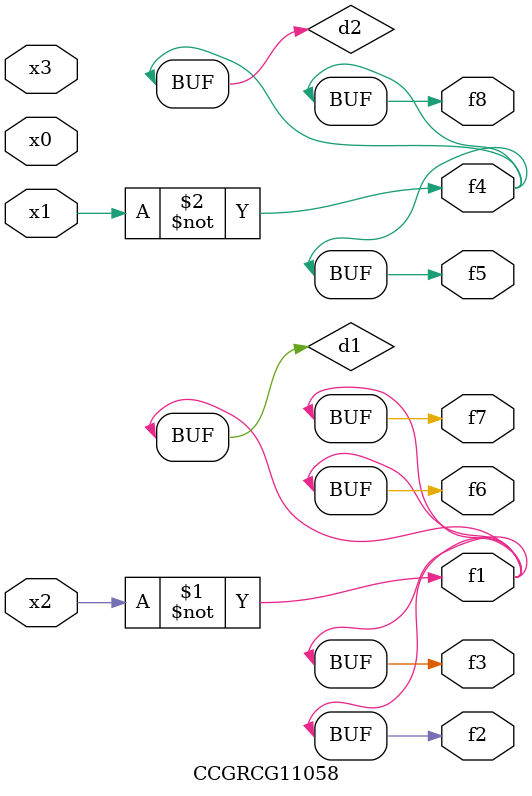
<source format=v>
module CCGRCG11058(
	input x0, x1, x2, x3,
	output f1, f2, f3, f4, f5, f6, f7, f8
);

	wire d1, d2;

	xnor (d1, x2);
	not (d2, x1);
	assign f1 = d1;
	assign f2 = d1;
	assign f3 = d1;
	assign f4 = d2;
	assign f5 = d2;
	assign f6 = d1;
	assign f7 = d1;
	assign f8 = d2;
endmodule

</source>
